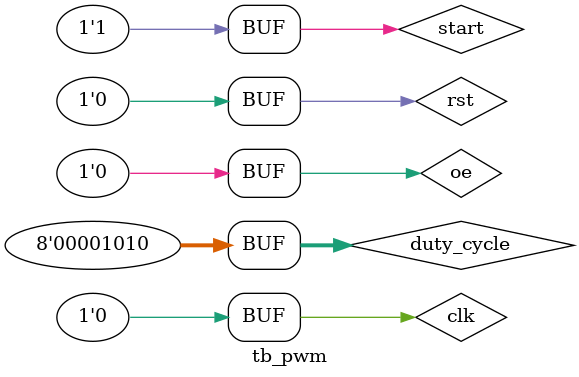
<source format=sv>
`timescale 1ns / 1ps

module tb_pwm;

  logic clk;
  logic rst;
  logic out;
  logic start;
  logic oe;
  logic [7:0] duty_cycle;

  parameter int CLOCK_PERIOD = 10;

  pwm #(
      .CLK_SCALER(5)
  ) DUT (
      .clk(clk),
      .rst(rst),
      .start(start),
      .duty_cycle(duty_cycle),
      .oe(oe),
      .out(out)
  );

  initial begin
    clk = 0;
    repeat (10000) begin
      #(CLOCK_PERIOD / 2) clk = ~clk;
    end
  end

  initial begin
    rst = 0;
    start = 0;
    duty_cycle = 50;
    oe = 0;
    #10 rst = 1;
    #20;
    rst = 0;
    #20;
    start = 1;
    #20;
    oe = 1;
    #20000;
    duty_cycle = 10;
    #20000;
    oe = 0;
  end

endmodule

</source>
